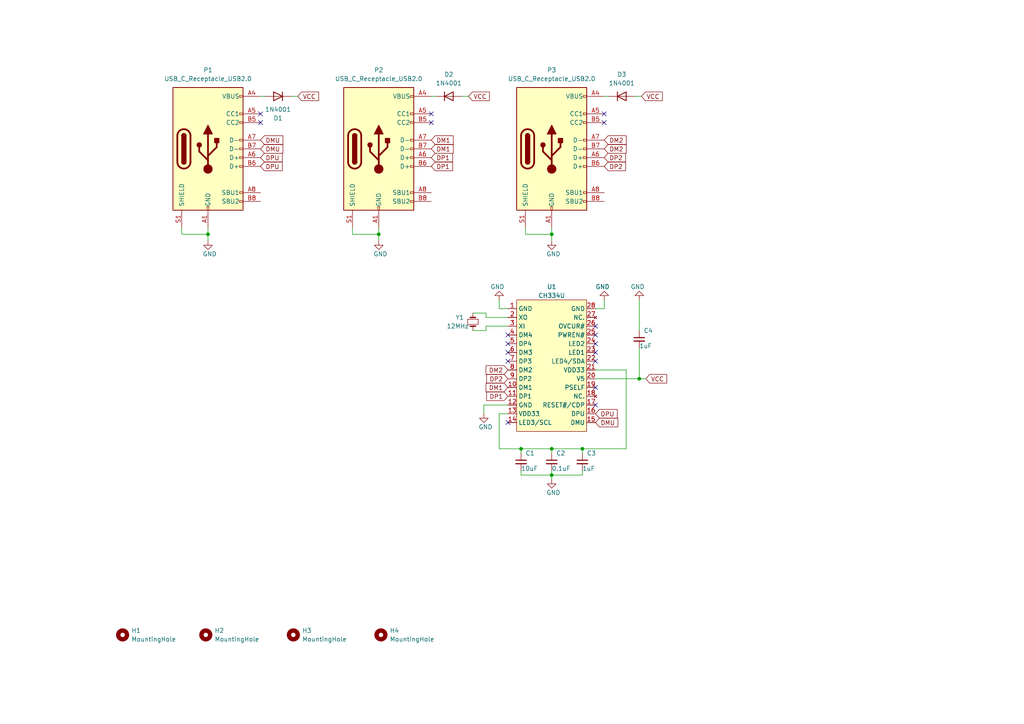
<source format=kicad_sch>
(kicad_sch (version 20230121) (generator eeschema)
  (paper "A4")
  (title_block (title "CH552G Minimal Circuit") (date "2022-10-30") (rev "1.0") (company "Nicola Strappazzon C"))
  (lib_symbols
    (symbol "Connector:USB_C_Receptacle_USB2.0" (pin_names (offset 1.016))
      (property "Reference" "J" (at -10.16 19.05 0))
      (property "Value" "USB_C_Receptacle_USB2.0" (at 19.05 19.05 0))
      (symbol "USB_C_Receptacle_USB2.0_0_0"
        (rectangle (start -0.254 -17.78) (end 0.254 -16.764))
        (rectangle (start 10.16 -14.986) (end 9.144 -15.494))
        (rectangle (start 10.16 -12.446) (end 9.144 -12.954))
        (rectangle (start 10.16 -4.826) (end 9.144 -5.334))
        (rectangle (start 10.16 -2.286) (end 9.144 -2.794))
        (rectangle (start 10.16 0.254) (end 9.144 -0.254))
        (rectangle (start 10.16 2.794) (end 9.144 2.286))
        (rectangle (start 10.16 7.874) (end 9.144 7.366))
        (rectangle (start 10.16 10.414) (end 9.144 9.906))
        (rectangle (start 10.16 15.494) (end 9.144 14.986))
      )
      (symbol "USB_C_Receptacle_USB2.0_0_1"
        (rectangle (start -10.16 17.78) (end 10.16 -17.78) (stroke (width 0.254)) (fill (type background)))
        (arc (start -8.89 -3.81) (mid -6.985 -5.7067) (end -5.08 -3.81) (stroke (width 0.508)))
        (arc (start -7.62 -3.81) (mid -6.985 -4.4423) (end -6.35 -3.81) (stroke (width 0.254)))
        (arc (start -7.62 -3.81) (mid -6.985 -4.4423) (end -6.35 -3.81) (stroke (width 0.254)) (fill (type outline)))
        (rectangle (start -7.62 -3.81) (end -6.35 3.81) (stroke (width 0.254)) (fill (type outline)))
        (arc (start -6.35 3.81) (mid -6.985 4.4423) (end -7.62 3.81) (stroke (width 0.254)))
        (arc (start -6.35 3.81) (mid -6.985 4.4423) (end -7.62 3.81) (stroke (width 0.254)) (fill (type outline)))
        (arc (start -5.08 3.81) (mid -6.985 5.7067) (end -8.89 3.81) (stroke (width 0.508)))
        (circle (center -2.54 1.143) (radius 0.635) (stroke (width 0.254)) (fill (type outline)))
        (circle (center 0 -5.842) (radius 1.27) (fill (type outline)))
        (polyline (pts (xy -8.89 -3.81) (xy -8.89 3.81)) (stroke (width 0.508)))
        (polyline (pts (xy -5.08 3.81) (xy -5.08 -3.81)) (stroke (width 0.508)))
        (polyline (pts (xy 0 -5.842) (xy 0 4.318)) (stroke (width 0.508)))
        (polyline (pts (xy 0 -3.302) (xy -2.54 -0.762) (xy -2.54 0.508)) (stroke (width 0.508)))
        (polyline (pts (xy 0 -2.032) (xy 2.54 0.508) (xy 2.54 1.778)) (stroke (width 0.508)))
        (polyline (pts (xy -1.27 4.318) (xy 0 6.858) (xy 1.27 4.318) (xy -1.27 4.318)) (stroke (width 0.254)) (fill (type outline)))
        (rectangle (start 1.905 1.778) (end 3.175 3.048) (stroke (width 0.254)) (fill (type outline)))
      )
      (symbol "USB_C_Receptacle_USB2.0_1_1"
        (pin passive line (at 0 -22.86 90) (length 5.08) (name "GND") (number "A1"))
        (pin passive line (at 0 -22.86 90) (length 5.08) hide (name "GND") (number "A12"))
        (pin passive line (at 15.24 15.24 180) (length 5.08) (name "VBUS") (number "A4"))
        (pin bidirectional line (at 15.24 10.16 180) (length 5.08) (name "CC1") (number "A5"))
        (pin bidirectional line (at 15.24 -2.54 180) (length 5.08) (name "D+") (number "A6"))
        (pin bidirectional line (at 15.24 2.54 180) (length 5.08) (name "D-") (number "A7"))
        (pin bidirectional line (at 15.24 -12.7 180) (length 5.08) (name "SBU1") (number "A8"))
        (pin passive line (at 15.24 15.24 180) (length 5.08) hide (name "VBUS") (number "A9"))
        (pin passive line (at 0 -22.86 90) (length 5.08) hide (name "GND") (number "B1"))
        (pin passive line (at 0 -22.86 90) (length 5.08) hide (name "GND") (number "B12"))
        (pin passive line (at 15.24 15.24 180) (length 5.08) hide (name "VBUS") (number "B4"))
        (pin bidirectional line (at 15.24 7.62 180) (length 5.08) (name "CC2") (number "B5"))
        (pin bidirectional line (at 15.24 -5.08 180) (length 5.08) (name "D+") (number "B6"))
        (pin bidirectional line (at 15.24 0 180) (length 5.08) (name "D-") (number "B7"))
        (pin bidirectional line (at 15.24 -15.24 180) (length 5.08) (name "SBU2") (number "B8"))
        (pin passive line (at 15.24 15.24 180) (length 5.08) hide (name "VBUS") (number "B9"))
        (pin passive line (at -7.62 -22.86 90) (length 5.08) (name "SHIELD") (number "S1"))
      )
    )
    (symbol "Device:C_Small" (pin_numbers hide) (pin_names (offset 0.254) hide)
      (property "Reference" "C" (at 0.254 1.778 0))
      (property "Value" "C_Small" (at 0.254 -2.032 0))
      (symbol "C_Small_0_1"
        (polyline (pts (xy -1.524 -0.508) (xy 1.524 -0.508)) (stroke (width 0.3302)))
        (polyline (pts (xy -1.524 0.508) (xy 1.524 0.508)) (stroke (width 0.3048)))
      )
      (symbol "C_Small_1_1"
        (pin passive line (at 0 2.54 270) (length 2.032) (name "~") (number "1"))
        (pin passive line (at 0 -2.54 90) (length 2.032) (name "~") (number "2"))
      )
    )
    (symbol "Device:Crystal_Small" (pin_numbers hide) (pin_names (offset 1.016) hide)
      (property "Reference" "Y" (at 0 2.54 0))
      (property "Value" "Crystal_Small" (at 0 -2.54 0))
      (symbol "Crystal_Small_0_1"
        (rectangle (start -0.762 -1.524) (end 0.762 1.524))
        (polyline (pts (xy -1.27 -0.762) (xy -1.27 0.762)) (stroke (width 0.381)))
        (polyline (pts (xy 1.27 -0.762) (xy 1.27 0.762)) (stroke (width 0.381)))
      )
      (symbol "Crystal_Small_1_1"
        (pin passive line (at -2.54 0 0) (length 1.27) (name "1") (number "1"))
        (pin passive line (at 2.54 0 180) (length 1.27) (name "2") (number "2"))
      )
    )
    (symbol "Diode:1N4001" (pin_numbers hide) (pin_names hide)
      (property "Reference" "D" (at 0 2.54 0))
      (property "Value" "1N4001" (at 0 -2.54 0))
      (symbol "1N4001_0_1"
        (polyline (pts (xy -1.27 1.27) (xy -1.27 -1.27)) (stroke (width 0.254)))
        (polyline (pts (xy 1.27 0) (xy -1.27 0)))
        (polyline (pts (xy 1.27 1.27) (xy 1.27 -1.27) (xy -1.27 0) (xy 1.27 1.27)) (stroke (width 0.254)))
      )
      (symbol "1N4001_1_1"
        (pin passive line (at -3.81 0 0) (length 2.54) (name "K") (number "1"))
        (pin passive line (at 3.81 0 180) (length 2.54) (name "A") (number "2"))
      )
    )
    (symbol "Mechanical:MountingHole" (pin_names (offset 1.016))
      (property "Reference" "H" (at 0 5.08 0))
      (property "Value" "MountingHole" (at 0 3.175 0))
      (symbol "MountingHole_0_1"
        (circle (center 0 0) (radius 1.27) (stroke (width 1.27)))
      )
    )
    (symbol "power:GND" (power) (pin_names (offset 0))
      (property "Value" "GND" (at 0 -3.81 0))
      (symbol "GND_0_1"
        (polyline (pts (xy 0 0) (xy 0 -1.27) (xy 1.27 -1.27) (xy 0 -2.54) (xy -1.27 -1.27) (xy 0 -1.27)))
      )
      (symbol "GND_1_1"
        (pin power_in line (at 0 0 270) (length 0) hide (name "GND") (number "1"))
      )
    )
    (symbol "wch_mcu_peripheral:CH334U"
      (property "Reference" "U" (at 6.35 -21.59 0))
      (property "Value" "CH334U" (at -2.54 -21.59 0))
      (symbol "CH334U_0_1"
        (rectangle (start -10.16 19.05) (end 10.16 -19.05) (fill (type background)))
      )
      (symbol "CH334U_1_1"
        (pin power_in line (at -12.7 16.51 0) (length 2.54) (name "GND") (number "1"))
        (pin bidirectional line (at -12.7 -6.35 0) (length 2.54) (name "DM1") (number "10"))
        (pin bidirectional line (at -12.7 -8.89 0) (length 2.54) (name "DP1") (number "11"))
        (pin power_in line (at -12.7 -11.43 0) (length 2.54) (name "GND") (number "12"))
        (pin power_in line (at -12.7 -13.97 0) (length 2.54) (name "VDD33") (number "13"))
        (pin bidirectional line (at -12.7 -16.51 0) (length 2.54) (name "LED3/SCL") (number "14"))
        (pin bidirectional line (at 12.7 -16.51 180) (length 2.54) (name "DMU") (number "15"))
        (pin bidirectional line (at 12.7 -13.97 180) (length 2.54) (name "DPU") (number "16"))
        (pin input line (at 12.7 -11.43 180) (length 2.54) (name "RESET#/CDP") (number "17"))
        (pin no_connect line (at 12.7 -8.89 180) (length 2.54) (name "NC.") (number "18"))
        (pin input line (at 12.7 -6.35 180) (length 2.54) (name "PSELF") (number "19"))
        (pin output line (at -12.7 13.97 0) (length 2.54) (name "XO") (number "2"))
        (pin power_in line (at 12.7 -3.81 180) (length 2.54) (name "V5") (number "20"))
        (pin power_in line (at 12.7 -1.27 180) (length 2.54) (name "VDD33") (number "21"))
        (pin bidirectional line (at 12.7 1.27 180) (length 2.54) (name "LED4/SDA") (number "22"))
        (pin bidirectional line (at 12.7 3.81 180) (length 2.54) (name "LED1") (number "23"))
        (pin bidirectional line (at 12.7 6.35 180) (length 2.54) (name "LED2") (number "24"))
        (pin output line (at 12.7 8.89 180) (length 2.54) (name "PWREN#") (number "25"))
        (pin input line (at 12.7 11.43 180) (length 2.54) (name "OVCUR#") (number "26"))
        (pin no_connect line (at 12.7 13.97 180) (length 2.54) (name "NC.") (number "27"))
        (pin power_in line (at 12.7 16.51 180) (length 2.54) (name "GND") (number "28"))
        (pin input line (at -12.7 11.43 0) (length 2.54) (name "XI") (number "3"))
        (pin bidirectional line (at -12.7 8.89 0) (length 2.54) (name "DM4") (number "4"))
        (pin bidirectional line (at -12.7 6.35 0) (length 2.54) (name "DP4") (number "5"))
        (pin bidirectional line (at -12.7 3.81 0) (length 2.54) (name "DM3") (number "6"))
        (pin bidirectional line (at -12.7 1.27 0) (length 2.54) (name "DP3") (number "7"))
        (pin bidirectional line (at -12.7 -1.27 0) (length 2.54) (name "DM2") (number "8"))
        (pin bidirectional line (at -12.7 -3.81 0) (length 2.54) (name "DP2") (number "9"))
      )
    )
  )
  (junction (at 60.325 67.945))
  (junction (at 151.13 130.175))
  (junction (at 160.02 137.795))
  (junction (at 168.91 130.175))
  (junction (at 160.02 67.945))
  (junction (at 160.02 130.175))
  (junction (at 109.855 67.945))
  (junction (at 185.42 109.855))
  (no_connect (at 75.565 33.02))
  (no_connect (at 125.095 35.56))
  (no_connect (at 147.32 104.775))
  (no_connect (at 147.32 122.555))
  (no_connect (at 147.32 102.235))
  (no_connect (at 172.72 104.775))
  (no_connect (at 125.095 33.02))
  (no_connect (at 172.72 117.475))
  (no_connect (at 172.72 97.155))
  (no_connect (at 172.72 112.395))
  (no_connect (at 172.72 102.235))
  (no_connect (at 175.26 35.56))
  (no_connect (at 175.26 33.02))
  (no_connect (at 172.72 99.695))
  (no_connect (at 172.72 94.615))
  (no_connect (at 147.32 97.155))
  (no_connect (at 147.32 99.695))
  (no_connect (at 75.565 35.56))
  (wire (pts (xy 160.02 137.795) (xy 160.02 139.065)))
  (wire (pts (xy 184.15 27.94) (xy 186.055 27.94)))
  (wire (pts (xy 147.32 117.475) (xy 140.335 117.475)))
  (wire (pts (xy 185.42 109.855) (xy 187.325 109.855)))
  (wire (pts (xy 140.97 92.075) (xy 147.32 92.075)))
  (wire (pts (xy 102.235 67.945) (xy 109.855 67.945)))
  (wire (pts (xy 151.13 136.525) (xy 151.13 137.795)))
  (wire (pts (xy 84.455 27.94) (xy 86.36 27.94)))
  (wire (pts (xy 151.13 137.795) (xy 160.02 137.795)))
  (wire (pts (xy 144.78 86.995) (xy 144.78 89.535)))
  (wire (pts (xy 168.91 136.525) (xy 168.91 137.795)))
  (wire (pts (xy 181.61 130.175) (xy 181.61 107.315)))
  (wire (pts (xy 147.32 89.535) (xy 144.78 89.535)))
  (wire (pts (xy 60.325 67.945) (xy 60.325 69.85)))
  (wire (pts (xy 181.61 107.315) (xy 172.72 107.315)))
  (wire (pts (xy 52.705 66.04) (xy 52.705 67.945)))
  (wire (pts (xy 160.02 130.175) (xy 168.91 130.175)))
  (wire (pts (xy 133.985 27.94) (xy 135.89 27.94)))
  (wire (pts (xy 152.4 66.04) (xy 152.4 67.945)))
  (wire (pts (xy 185.42 86.995) (xy 185.42 95.885)))
  (wire (pts (xy 151.13 130.175) (xy 151.13 131.445)))
  (wire (pts (xy 175.26 27.94) (xy 176.53 27.94)))
  (wire (pts (xy 140.97 94.615) (xy 140.97 95.885)))
  (wire (pts (xy 137.16 90.805) (xy 140.97 90.805)))
  (wire (pts (xy 172.72 109.855) (xy 185.42 109.855)))
  (wire (pts (xy 140.335 117.475) (xy 140.335 120.015)))
  (wire (pts (xy 147.32 94.615) (xy 140.97 94.615)))
  (wire (pts (xy 160.02 67.945) (xy 160.02 69.85)))
  (wire (pts (xy 109.855 66.04) (xy 109.855 67.945)))
  (wire (pts (xy 151.13 130.175) (xy 160.02 130.175)))
  (wire (pts (xy 140.97 90.805) (xy 140.97 92.075)))
  (wire (pts (xy 147.32 120.015) (xy 144.78 120.015)))
  (wire (pts (xy 125.095 27.94) (xy 126.365 27.94)))
  (wire (pts (xy 137.16 95.885) (xy 140.97 95.885)))
  (wire (pts (xy 109.855 67.945) (xy 109.855 69.85)))
  (wire (pts (xy 160.02 130.175) (xy 160.02 131.445)))
  (wire (pts (xy 75.565 27.94) (xy 76.835 27.94)))
  (wire (pts (xy 152.4 67.945) (xy 160.02 67.945)))
  (wire (pts (xy 185.42 100.965) (xy 185.42 109.855)))
  (wire (pts (xy 160.02 66.04) (xy 160.02 67.945)))
  (wire (pts (xy 102.235 66.04) (xy 102.235 67.945)))
  (wire (pts (xy 168.91 130.175) (xy 168.91 131.445)))
  (wire (pts (xy 144.78 120.015) (xy 144.78 130.175)))
  (wire (pts (xy 160.02 137.795) (xy 168.91 137.795)))
  (wire (pts (xy 172.72 89.535) (xy 175.26 89.535)))
  (wire (pts (xy 175.26 86.995) (xy 175.26 89.535)))
  (wire (pts (xy 168.91 130.175) (xy 181.61 130.175)))
  (wire (pts (xy 60.325 66.04) (xy 60.325 67.945)))
  (wire (pts (xy 52.705 67.945) (xy 60.325 67.945)))
  (wire (pts (xy 144.78 130.175) (xy 151.13 130.175)))
  (wire (pts (xy 160.02 136.525) (xy 160.02 137.795)))
  (global_label "VCC" (shape input) (at 86.36 27.94 0) (property "Intersheetrefs" "${INTERSHEET_REFS}" (effects hide)))
  (global_label "DMU" (shape input) (at 75.565 40.64 0) (property "Intersheetrefs" "${INTERSHEET_REFS}" (effects hide)))
  (global_label "DM2" (shape input) (at 175.26 40.64 0) (property "Intersheetrefs" "${INTERSHEET_REFS}" (effects hide)))
  (global_label "DM1" (shape input) (at 125.095 40.64 0) (property "Intersheetrefs" "${INTERSHEET_REFS}" (effects hide)))
  (global_label "DP1" (shape input) (at 147.32 114.935 180) (property "Intersheetrefs" "${INTERSHEET_REFS}" (effects hide)))
  (global_label "DP2" (shape input) (at 175.26 48.26 0) (property "Intersheetrefs" "${INTERSHEET_REFS}" (effects hide)))
  (global_label "DMU" (shape input) (at 172.72 122.555 0) (property "Intersheetrefs" "${INTERSHEET_REFS}" (effects hide)))
  (global_label "VCC" (shape input) (at 186.055 27.94 0) (property "Intersheetrefs" "${INTERSHEET_REFS}" (effects hide)))
  (global_label "DM2" (shape input) (at 175.26 43.18 0) (property "Intersheetrefs" "${INTERSHEET_REFS}" (effects hide)))
  (global_label "DP1" (shape input) (at 125.095 48.26 0) (property "Intersheetrefs" "${INTERSHEET_REFS}" (effects hide)))
  (global_label "DPU" (shape input) (at 172.72 120.015 0) (property "Intersheetrefs" "${INTERSHEET_REFS}" (effects hide)))
  (global_label "DM1" (shape input) (at 147.32 112.395 180) (property "Intersheetrefs" "${INTERSHEET_REFS}" (effects hide)))
  (global_label "DP1" (shape input) (at 125.095 45.72 0) (property "Intersheetrefs" "${INTERSHEET_REFS}" (effects hide)))
  (global_label "DMU" (shape input) (at 75.565 43.18 0) (property "Intersheetrefs" "${INTERSHEET_REFS}" (effects hide)))
  (global_label "DP2" (shape input) (at 147.32 109.855 180) (property "Intersheetrefs" "${INTERSHEET_REFS}" (effects hide)))
  (global_label "DP2" (shape input) (at 175.26 45.72 0) (property "Intersheetrefs" "${INTERSHEET_REFS}" (effects hide)))
  (global_label "DPU" (shape input) (at 75.565 45.72 0) (property "Intersheetrefs" "${INTERSHEET_REFS}" (effects hide)))
  (global_label "DPU" (shape input) (at 75.565 48.26 0) (property "Intersheetrefs" "${INTERSHEET_REFS}" (effects hide)))
  (global_label "VCC" (shape input) (at 187.325 109.855 0) (property "Intersheetrefs" "${INTERSHEET_REFS}" (effects hide)))
  (global_label "DM2" (shape input) (at 147.32 107.315 180) (property "Intersheetrefs" "${INTERSHEET_REFS}" (effects hide)))
  (global_label "DM1" (shape input) (at 125.095 43.18 0) (property "Intersheetrefs" "${INTERSHEET_REFS}" (effects hide)))
  (global_label "VCC" (shape input) (at 135.89 27.94 0) (property "Intersheetrefs" "${INTERSHEET_REFS}" (effects hide)))
  (symbol (lib_id "power:GND") (at 160.02 69.85 0) (unit 1)
    (property "Reference" "#PWR07" (effects hide))
    (property "Value" "GND" (at 162.56 73.66 0) (effects (justify right)))
  )
  (symbol (lib_id "Device:Crystal_Small") (at 137.16 93.345 90) (unit 1)
    (property "Reference" "Y1" (at 132.08 92.075 90) (effects (justify right)))
    (property "Value" "12MHz" (at 129.54 94.615 90) (effects (justify right)))
    (property "Footprint" "Library:SMD_O5032" (effects hide))
  )
  (symbol (lib_id "Mechanical:MountingHole") (at 35.56 184.15 0) (unit 1)
    (property "Reference" "H1" (at 38.1 182.88 0) (effects (justify left)))
    (property "Value" "MountingHole" (at 38.1 185.42 0) (effects (justify left)))
    (property "Footprint" "MountingHole:MountingHole_3.2mm_M3" (effects hide))
  )
  (symbol (lib_id "power:GND") (at 185.42 86.995 180) (unit 1)
    (property "Reference" "#PWR04" (effects hide))
    (property "Value" "GND" (at 182.88 83.185 0) (effects (justify right)))
  )
  (symbol (lib_id "wch_mcu_peripheral:CH334U") (at 160.02 106.045 0) (unit 1)
    (property "Reference" "U1" (at 160.02 83.185 0))
    (property "Value" "CH334U" (at 160.02 85.725 0))
    (property "Footprint" "Package_SO:SSOP-28_3.9x9.9mm_P0.635mm" (effects hide))
    (property "Datasheet" "http://www.wch-ic.com/downloads/CH334DS1_PDF.html" (effects hide))
  )
  (symbol (lib_id "Diode:1N4001") (at 80.645 27.94 180) (unit 1)
    (property "Reference" "D1" (at 80.645 34.29 0))
    (property "Value" "1N4001" (at 80.645 31.75 0))
    (property "Footprint" "Library:SMA_DO_214AC" (effects hide))
    (property "Datasheet" "http://www.vishay.com/docs/88503/1n4001.pdf" (effects hide))
    (property "Sim.Device" "D" (effects hide))
    (property "Sim.Pins" "1=K 2=A" (effects hide))
  )
  (symbol (lib_id "power:GND") (at 60.325 69.85 0) (unit 1)
    (property "Reference" "#PWR05" (effects hide))
    (property "Value" "GND" (at 62.865 73.66 0) (effects (justify right)))
  )
  (symbol (lib_id "power:GND") (at 144.78 86.995 180) (unit 1)
    (property "Reference" "#PWR01" (effects hide))
    (property "Value" "GND" (at 142.24 83.185 0) (effects (justify right)))
  )
  (symbol (lib_id "power:GND") (at 140.335 120.015 0) (unit 1)
    (property "Reference" "#PWR08" (effects hide))
    (property "Value" "GND" (at 142.875 123.825 0) (effects (justify right)))
  )
  (symbol (lib_id "Mechanical:MountingHole") (at 110.49 184.15 0) (unit 1)
    (property "Reference" "H4" (at 113.03 182.88 0) (effects (justify left)))
    (property "Value" "MountingHole" (at 113.03 185.42 0) (effects (justify left)))
    (property "Footprint" "MountingHole:MountingHole_3.2mm_M3" (effects hide))
  )
  (symbol (lib_id "power:GND") (at 109.855 69.85 0) (unit 1)
    (property "Reference" "#PWR06" (effects hide))
    (property "Value" "GND" (at 112.395 73.66 0) (effects (justify right)))
  )
  (symbol (lib_id "Device:C_Small") (at 185.42 98.425 0) (unit 1)
    (property "Reference" "C4" (at 186.69 95.885 0) (effects (justify left)))
    (property "Value" "1uF" (at 185.42 100.33 0) (effects (justify left)))
    (property "Footprint" "Library:C1206" (effects hide))
  )
  (symbol (lib_id "Connector:USB_C_Receptacle_USB2.0") (at 160.02 43.18 0) (unit 1)
    (property "Reference" "P3" (at 160.02 20.32 0))
    (property "Value" "USB_C_Receptacle_USB2.0" (at 160.02 22.86 0))
    (property "Footprint" "Library:TH_USB_C" (effects hide))
    (property "Datasheet" "https://www.usb.org/sites/default/files/documents/usb_type-c.zip" (effects hide))
  )
  (symbol (lib_id "Connector:USB_C_Receptacle_USB2.0") (at 109.855 43.18 0) (unit 1)
    (property "Reference" "P2" (at 109.855 20.32 0))
    (property "Value" "USB_C_Receptacle_USB2.0" (at 109.855 22.86 0))
    (property "Footprint" "Library:TH_USB_C" (effects hide))
    (property "Datasheet" "https://www.usb.org/sites/default/files/documents/usb_type-c.zip" (effects hide))
  )
  (symbol (lib_id "power:GND") (at 160.02 139.065 0) (unit 1)
    (property "Reference" "#PWR02" (effects hide))
    (property "Value" "GND" (at 162.56 142.875 0) (effects (justify right)))
  )
  (symbol (lib_id "Device:C_Small") (at 160.02 133.985 0) (unit 1)
    (property "Reference" "C2" (at 161.29 131.445 0) (effects (justify left)))
    (property "Value" "0.1uF" (at 160.02 135.89 0) (effects (justify left)))
    (property "Footprint" "Library:C1206" (effects hide))
  )
  (symbol (lib_id "Device:C_Small") (at 168.91 133.985 0) (unit 1)
    (property "Reference" "C3" (at 170.18 131.445 0) (effects (justify left)))
    (property "Value" "1uF" (at 168.91 135.89 0) (effects (justify left)))
    (property "Footprint" "Library:C1206" (effects hide))
  )
  (symbol (lib_id "Diode:1N4001") (at 180.34 27.94 0) (unit 1)
    (property "Reference" "D3" (at 180.34 21.59 0))
    (property "Value" "1N4001" (at 180.34 24.13 0))
    (property "Footprint" "Library:SMA_DO_214AC" (effects hide))
    (property "Datasheet" "http://www.vishay.com/docs/88503/1n4001.pdf" (effects hide))
    (property "Sim.Device" "D" (effects hide))
    (property "Sim.Pins" "1=K 2=A" (effects hide))
  )
  (symbol (lib_id "power:GND") (at 175.26 86.995 180) (unit 1)
    (property "Reference" "#PWR03" (effects hide))
    (property "Value" "GND" (at 172.72 83.185 0) (effects (justify right)))
  )
  (symbol (lib_id "Diode:1N4001") (at 130.175 27.94 0) (unit 1)
    (property "Reference" "D2" (at 130.175 21.59 0))
    (property "Value" "1N4001" (at 130.175 24.13 0))
    (property "Footprint" "Library:SMA_DO_214AC" (effects hide))
    (property "Datasheet" "http://www.vishay.com/docs/88503/1n4001.pdf" (effects hide))
    (property "Sim.Device" "D" (effects hide))
    (property "Sim.Pins" "1=K 2=A" (effects hide))
  )
  (symbol (lib_id "Connector:USB_C_Receptacle_USB2.0") (at 60.325 43.18 0) (unit 1)
    (property "Reference" "P1" (at 60.325 20.32 0))
    (property "Value" "USB_C_Receptacle_USB2.0" (at 60.325 22.86 0))
    (property "Footprint" "Library:TH_USB_C" (effects hide))
    (property "Datasheet" "https://www.usb.org/sites/default/files/documents/usb_type-c.zip" (effects hide))
  )
  (symbol (lib_id "Mechanical:MountingHole") (at 59.69 184.15 0) (unit 1)
    (property "Reference" "H2" (at 62.23 182.88 0) (effects (justify left)))
    (property "Value" "MountingHole" (at 62.23 185.42 0) (effects (justify left)))
    (property "Footprint" "MountingHole:MountingHole_3.2mm_M3" (effects hide))
  )
  (symbol (lib_id "Mechanical:MountingHole") (at 85.09 184.15 0) (unit 1)
    (property "Reference" "H3" (at 87.63 182.88 0) (effects (justify left)))
    (property "Value" "MountingHole" (at 87.63 185.42 0) (effects (justify left)))
    (property "Footprint" "MountingHole:MountingHole_3.2mm_M3" (effects hide))
  )
  (symbol (lib_id "Device:C_Small") (at 151.13 133.985 0) (unit 1)
    (property "Reference" "C1" (at 152.4 131.445 0) (effects (justify left)))
    (property "Value" "10uF" (at 151.13 135.89 0) (effects (justify left)))
    (property "Footprint" "Library:C1206" (effects hide))
  )
)
</source>
